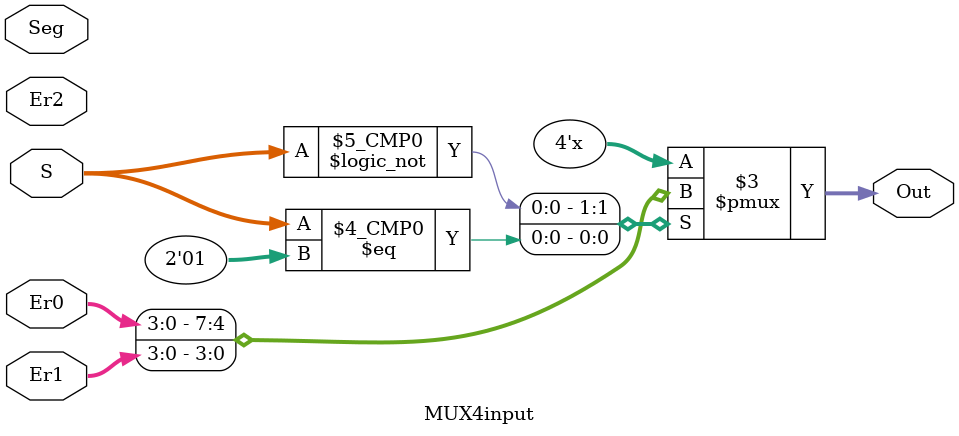
<source format=sv>
module MUX4input(Er0,Er1,Er2,Seg,S,Out); // Er0: []:59  Er1:-E:01 Er2:C0:00
input logic[3:0]Er0,Er1,Er2,Seg;
input logic[1:0]S;
output logic [3:0]Out;
always_comb
case(S)
00:Out=Er0;
01:Out=Er1;
10:Out=Er2;
11:Out=Seg;
endcase

endmodule

</source>
